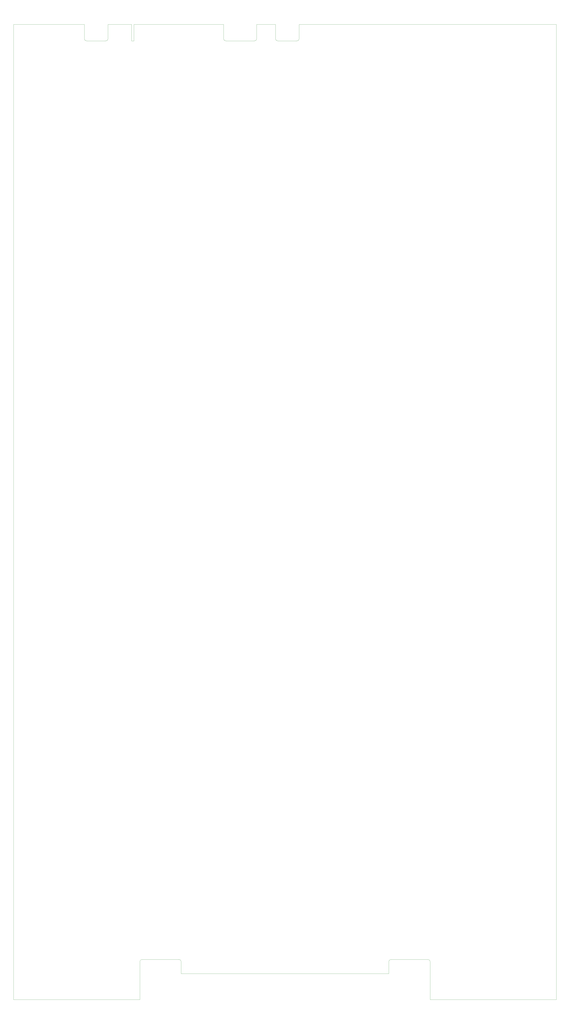
<source format=gbr>
G04 #@! TF.GenerationSoftware,KiCad,Pcbnew,(5.1.5)-3*
G04 #@! TF.CreationDate,2020-11-28T04:10:35-07:00*
G04 #@! TF.ProjectId,Star_Wars_Vector_PCB,53746172-5f57-4617-9273-5f566563746f,rev?*
G04 #@! TF.SameCoordinates,Original*
G04 #@! TF.FileFunction,Profile,NP*
%FSLAX46Y46*%
G04 Gerber Fmt 4.6, Leading zero omitted, Abs format (unit mm)*
G04 Created by KiCad (PCBNEW (5.1.5)-3) date 2020-11-28 04:10:35*
%MOMM*%
%LPD*%
G04 APERTURE LIST*
%ADD10C,0.025400*%
G04 APERTURE END LIST*
D10*
X179070000Y-55245000D02*
X179070000Y-47625000D01*
X166370000Y-47625000D02*
X166370000Y-55245000D01*
X156210000Y-55245000D02*
X156210000Y-47625000D01*
X138430000Y-47625000D02*
X138430000Y-55245000D01*
X63500000Y-47625000D02*
X63500000Y-55245000D01*
X76200000Y-55245000D02*
X76200000Y-47625000D01*
X317500000Y-572135000D02*
X317500000Y-47625000D01*
X25400000Y-572135000D02*
X25400000Y-47625000D01*
X115570000Y-558165000D02*
X115570000Y-551815000D01*
X227330000Y-558165000D02*
X115570000Y-558165000D01*
X227330000Y-551815000D02*
X227330000Y-558165000D01*
X115570000Y-551815000D02*
G75*
G03X114300000Y-550545000I-1270000J0D01*
G01*
X94615000Y-550545000D02*
X114300000Y-550545000D01*
X228600000Y-550545000D02*
G75*
G03X227330000Y-551815000I0J-1270000D01*
G01*
X248285000Y-550545000D02*
X228600000Y-550545000D01*
X249555000Y-551815000D02*
G75*
G03X248285000Y-550545000I-1270000J0D01*
G01*
X249555000Y-572135000D02*
X249555000Y-551815000D01*
X94615000Y-550545000D02*
G75*
G03X93345000Y-551815000I0J-1270000D01*
G01*
X93345000Y-572135000D02*
X93345000Y-551815000D01*
X25400000Y-572135000D02*
X93345000Y-572135000D01*
X317500000Y-572135000D02*
X249555000Y-572135000D01*
X177800000Y-56515000D02*
X167640000Y-56515000D01*
X177800000Y-56515000D02*
G75*
G03X179070000Y-55245000I0J1270000D01*
G01*
X166370000Y-55245000D02*
G75*
G03X167640000Y-56515000I1270000J0D01*
G01*
X154940000Y-56515000D02*
X139700000Y-56515000D01*
X154940000Y-56515000D02*
G75*
G03X156210000Y-55245000I0J1270000D01*
G01*
X138430000Y-55245000D02*
G75*
G03X139700000Y-56515000I1270000J0D01*
G01*
X74930000Y-56515000D02*
X64770000Y-56515000D01*
X74930000Y-56515000D02*
G75*
G03X76200000Y-55245000I0J1270000D01*
G01*
X63500000Y-55245000D02*
G75*
G03X64770000Y-56515000I1270000J0D01*
G01*
X90170000Y-56515000D02*
X90170000Y-47625000D01*
X88900000Y-56515000D02*
X90170000Y-56515000D01*
X88900000Y-47625000D02*
X88900000Y-56515000D01*
X179070000Y-47625000D02*
X317500000Y-47625000D01*
X156210000Y-47625000D02*
X166370000Y-47625000D01*
X90170000Y-47625000D02*
X138430000Y-47625000D01*
X76200000Y-47625000D02*
X88900000Y-47625000D01*
X25400000Y-47625000D02*
X63500000Y-47625000D01*
M02*

</source>
